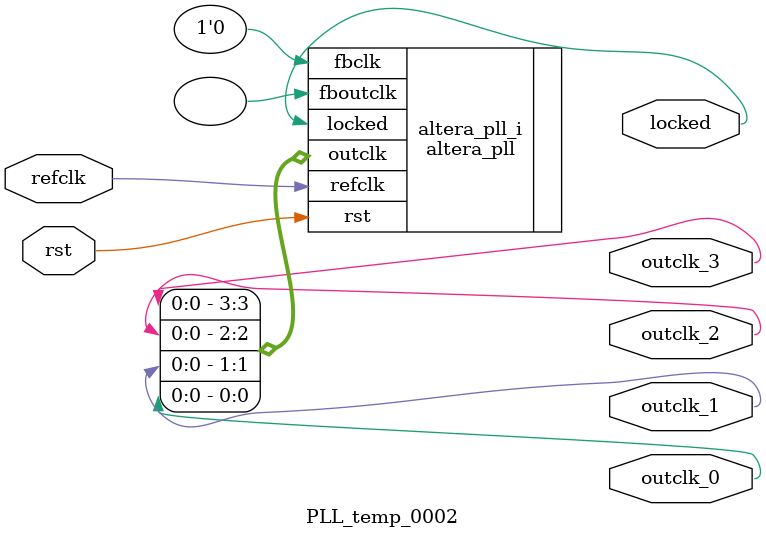
<source format=v>
`timescale 1ns/10ps
module  PLL_temp_0002(

	// interface 'refclk'
	input wire refclk,

	// interface 'reset'
	input wire rst,

	// interface 'outclk0'
	output wire outclk_0,

	// interface 'outclk1'
	output wire outclk_1,

	// interface 'outclk2'
	output wire outclk_2,

	// interface 'outclk3'
	output wire outclk_3,

	// interface 'locked'
	output wire locked
);

	altera_pll #(
		.fractional_vco_multiplier("false"),
		.reference_clock_frequency("50.0 MHz"),
		.operation_mode("direct"),
		.number_of_clocks(4),
		.output_clock_frequency0("100.000000 MHz"),
		.phase_shift0("0 ps"),
		.duty_cycle0(50),
		.output_clock_frequency1("150.000000 MHz"),
		.phase_shift1("0 ps"),
		.duty_cycle1(50),
		.output_clock_frequency2("300.000000 MHz"),
		.phase_shift2("0 ps"),
		.duty_cycle2(50),
		.output_clock_frequency3("450.000000 MHz"),
		.phase_shift3("0 ps"),
		.duty_cycle3(50),
		.output_clock_frequency4("0 MHz"),
		.phase_shift4("0 ps"),
		.duty_cycle4(50),
		.output_clock_frequency5("0 MHz"),
		.phase_shift5("0 ps"),
		.duty_cycle5(50),
		.output_clock_frequency6("0 MHz"),
		.phase_shift6("0 ps"),
		.duty_cycle6(50),
		.output_clock_frequency7("0 MHz"),
		.phase_shift7("0 ps"),
		.duty_cycle7(50),
		.output_clock_frequency8("0 MHz"),
		.phase_shift8("0 ps"),
		.duty_cycle8(50),
		.output_clock_frequency9("0 MHz"),
		.phase_shift9("0 ps"),
		.duty_cycle9(50),
		.output_clock_frequency10("0 MHz"),
		.phase_shift10("0 ps"),
		.duty_cycle10(50),
		.output_clock_frequency11("0 MHz"),
		.phase_shift11("0 ps"),
		.duty_cycle11(50),
		.output_clock_frequency12("0 MHz"),
		.phase_shift12("0 ps"),
		.duty_cycle12(50),
		.output_clock_frequency13("0 MHz"),
		.phase_shift13("0 ps"),
		.duty_cycle13(50),
		.output_clock_frequency14("0 MHz"),
		.phase_shift14("0 ps"),
		.duty_cycle14(50),
		.output_clock_frequency15("0 MHz"),
		.phase_shift15("0 ps"),
		.duty_cycle15(50),
		.output_clock_frequency16("0 MHz"),
		.phase_shift16("0 ps"),
		.duty_cycle16(50),
		.output_clock_frequency17("0 MHz"),
		.phase_shift17("0 ps"),
		.duty_cycle17(50),
		.pll_type("General"),
		.pll_subtype("General")
	) altera_pll_i (
		.rst	(rst),
		.outclk	({outclk_3, outclk_2, outclk_1, outclk_0}),
		.locked	(locked),
		.fboutclk	( ),
		.fbclk	(1'b0),
		.refclk	(refclk)
	);
endmodule


</source>
